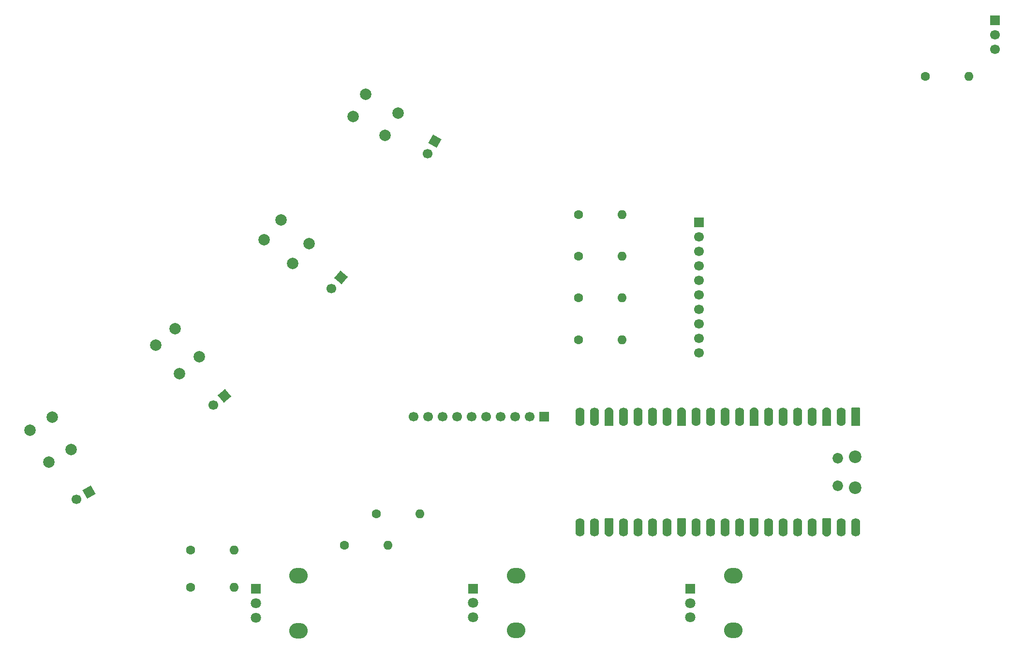
<source format=gbr>
%TF.GenerationSoftware,KiCad,Pcbnew,9.0.4*%
%TF.CreationDate,2025-09-28T19:10:48-04:00*%
%TF.ProjectId,Stradex1,53747261-6465-4783-912e-6b696361645f,rev?*%
%TF.SameCoordinates,Original*%
%TF.FileFunction,Soldermask,Top*%
%TF.FilePolarity,Negative*%
%FSLAX46Y46*%
G04 Gerber Fmt 4.6, Leading zero omitted, Abs format (unit mm)*
G04 Created by KiCad (PCBNEW 9.0.4) date 2025-09-28 19:10:48*
%MOMM*%
%LPD*%
G01*
G04 APERTURE LIST*
G04 Aperture macros list*
%AMRoundRect*
0 Rectangle with rounded corners*
0 $1 Rounding radius*
0 $2 $3 $4 $5 $6 $7 $8 $9 X,Y pos of 4 corners*
0 Add a 4 corners polygon primitive as box body*
4,1,4,$2,$3,$4,$5,$6,$7,$8,$9,$2,$3,0*
0 Add four circle primitives for the rounded corners*
1,1,$1+$1,$2,$3*
1,1,$1+$1,$4,$5*
1,1,$1+$1,$6,$7*
1,1,$1+$1,$8,$9*
0 Add four rect primitives between the rounded corners*
20,1,$1+$1,$2,$3,$4,$5,0*
20,1,$1+$1,$4,$5,$6,$7,0*
20,1,$1+$1,$6,$7,$8,$9,0*
20,1,$1+$1,$8,$9,$2,$3,0*%
%AMRotRect*
0 Rectangle, with rotation*
0 The origin of the aperture is its center*
0 $1 length*
0 $2 width*
0 $3 Rotation angle, in degrees counterclockwise*
0 Add horizontal line*
21,1,$1,$2,0,0,$3*%
%AMFreePoly0*
4,1,37,0.800000,0.796148,0.878414,0.796148,1.032228,0.765552,1.177117,0.705537,1.307515,0.618408,1.418408,0.507515,1.505537,0.377117,1.565552,0.232228,1.596148,0.078414,1.596148,-0.078414,1.565552,-0.232228,1.505537,-0.377117,1.418408,-0.507515,1.307515,-0.618408,1.177117,-0.705537,1.032228,-0.765552,0.878414,-0.796148,0.800000,-0.796148,0.800000,-0.800000,-1.400000,-0.800000,
-1.403843,-0.796157,-1.439018,-0.796157,-1.511114,-0.766294,-1.566294,-0.711114,-1.596157,-0.639018,-1.596157,-0.603843,-1.600000,-0.600000,-1.600000,0.600000,-1.596157,0.603843,-1.596157,0.639018,-1.566294,0.711114,-1.511114,0.766294,-1.439018,0.796157,-1.403843,0.796157,-1.400000,0.800000,0.800000,0.800000,0.800000,0.796148,0.800000,0.796148,$1*%
%AMFreePoly1*
4,1,37,1.403843,0.796157,1.439018,0.796157,1.511114,0.766294,1.566294,0.711114,1.596157,0.639018,1.596157,0.603843,1.600000,0.600000,1.600000,-0.600000,1.596157,-0.603843,1.596157,-0.639018,1.566294,-0.711114,1.511114,-0.766294,1.439018,-0.796157,1.403843,-0.796157,1.400000,-0.800000,-0.800000,-0.800000,-0.800000,-0.796148,-0.878414,-0.796148,-1.032228,-0.765552,-1.177117,-0.705537,
-1.307515,-0.618408,-1.418408,-0.507515,-1.505537,-0.377117,-1.565552,-0.232228,-1.596148,-0.078414,-1.596148,0.078414,-1.565552,0.232228,-1.505537,0.377117,-1.418408,0.507515,-1.307515,0.618408,-1.177117,0.705537,-1.032228,0.765552,-0.878414,0.796148,-0.800000,0.796148,-0.800000,0.800000,1.400000,0.800000,1.403843,0.796157,1.403843,0.796157,$1*%
%AMFreePoly2*
4,1,37,0.603843,0.796157,0.639018,0.796157,0.711114,0.766294,0.766294,0.711114,0.796157,0.639018,0.796157,0.603843,0.800000,0.600000,0.800000,-0.600000,0.796157,-0.603843,0.796157,-0.639018,0.766294,-0.711114,0.711114,-0.766294,0.639018,-0.796157,0.603843,-0.796157,0.600000,-0.800000,0.000000,-0.800000,0.000000,-0.796148,-0.078414,-0.796148,-0.232228,-0.765552,-0.377117,-0.705537,
-0.507515,-0.618408,-0.618408,-0.507515,-0.705537,-0.377117,-0.765552,-0.232228,-0.796148,-0.078414,-0.796148,0.078414,-0.765552,0.232228,-0.705537,0.377117,-0.618408,0.507515,-0.507515,0.618408,-0.377117,0.705537,-0.232228,0.765552,-0.078414,0.796148,0.000000,0.796148,0.000000,0.800000,0.600000,0.800000,0.603843,0.796157,0.603843,0.796157,$1*%
%AMFreePoly3*
4,1,37,0.000000,0.796148,0.078414,0.796148,0.232228,0.765552,0.377117,0.705537,0.507515,0.618408,0.618408,0.507515,0.705537,0.377117,0.765552,0.232228,0.796148,0.078414,0.796148,-0.078414,0.765552,-0.232228,0.705537,-0.377117,0.618408,-0.507515,0.507515,-0.618408,0.377117,-0.705537,0.232228,-0.765552,0.078414,-0.796148,0.000000,-0.796148,0.000000,-0.800000,-0.600000,-0.800000,
-0.603843,-0.796157,-0.639018,-0.796157,-0.711114,-0.766294,-0.766294,-0.711114,-0.796157,-0.639018,-0.796157,-0.603843,-0.800000,-0.600000,-0.800000,0.600000,-0.796157,0.603843,-0.796157,0.639018,-0.766294,0.711114,-0.711114,0.766294,-0.639018,0.796157,-0.603843,0.796157,-0.600000,0.800000,0.000000,0.800000,0.000000,0.796148,0.000000,0.796148,$1*%
G04 Aperture macros list end*
%ADD10C,2.000000*%
%ADD11R,1.700000X1.700000*%
%ADD12C,1.700000*%
%ADD13RotRect,1.700000X1.700000X330.000000*%
%ADD14C,1.600000*%
%ADD15O,1.600000X1.600000*%
%ADD16RotRect,1.700000X1.700000X300.000000*%
%ADD17RotRect,1.700000X1.700000X310.000000*%
%ADD18O,3.240000X2.720000*%
%ADD19R,1.800000X1.800000*%
%ADD20C,1.800000*%
%ADD21RotRect,1.700000X1.700000X320.000000*%
%ADD22C,2.200000*%
%ADD23C,1.850000*%
%ADD24FreePoly0,270.000000*%
%ADD25RoundRect,0.200000X-0.600000X0.600000X-0.600000X-0.600000X0.600000X-0.600000X0.600000X0.600000X0*%
%ADD26RoundRect,0.800000X-0.000010X0.800000X-0.000010X-0.800000X0.000010X-0.800000X0.000010X0.800000X0*%
%ADD27FreePoly1,270.000000*%
%ADD28FreePoly2,270.000000*%
%ADD29FreePoly3,270.000000*%
G04 APERTURE END LIST*
D10*
%TO.C,SW3*%
X87975740Y-94158883D03*
X92153860Y-99138171D03*
X84528540Y-97051427D03*
X88706660Y-102030717D03*
%TD*%
D11*
%TO.C,RV1*%
X231419400Y-40182800D03*
D12*
X231419400Y-42722800D03*
X231419400Y-45262800D03*
%TD*%
D11*
%TO.C,U1*%
X179628800Y-75539600D03*
D12*
X179628800Y-78079600D03*
X179628800Y-80619600D03*
X179628800Y-83159600D03*
X179628800Y-85699600D03*
X179628800Y-88239600D03*
X179628800Y-90779600D03*
X179628800Y-93319600D03*
X179628800Y-95859600D03*
X179628800Y-98399600D03*
%TD*%
D13*
%TO.C,R1*%
X133412451Y-61337768D03*
D12*
X132142451Y-63537473D03*
%TD*%
D14*
%TO.C,R9*%
X158597600Y-74182777D03*
D15*
X166217600Y-74182777D03*
%TD*%
D16*
%TO.C,R4*%
X72875432Y-122789851D03*
D12*
X70675727Y-124059851D03*
%TD*%
D10*
%TO.C,SW1*%
X121345435Y-53163400D03*
X126974600Y-56413400D03*
X119095435Y-57060513D03*
X124724601Y-60310515D03*
%TD*%
D17*
%TO.C,R3*%
X96553825Y-105946467D03*
D12*
X94608072Y-107579148D03*
%TD*%
D14*
%TO.C,R10*%
X158597600Y-88806096D03*
D15*
X166217600Y-88806096D03*
%TD*%
D18*
%TO.C,RV3*%
X147624800Y-137440600D03*
X147624800Y-147040600D03*
D19*
X140124800Y-139740600D03*
D20*
X140124800Y-142240600D03*
X140124800Y-144740600D03*
%TD*%
D14*
%TO.C,R8*%
X90690000Y-139500000D03*
D15*
X98310000Y-139500000D03*
%TD*%
D14*
%TO.C,R5*%
X158597601Y-81494439D03*
D15*
X166217601Y-81494439D03*
%TD*%
D14*
%TO.C,R7*%
X117551200Y-132130800D03*
D15*
X125171200Y-132130800D03*
%TD*%
D11*
%TO.C,U2*%
X152527000Y-109600600D03*
D12*
X149987000Y-109600600D03*
X147447000Y-109600600D03*
X144907000Y-109600600D03*
X142367000Y-109600600D03*
X139827000Y-109600600D03*
X137287000Y-109600600D03*
X134747000Y-109600600D03*
X132207000Y-109600600D03*
X129667000Y-109600600D03*
%TD*%
D10*
%TO.C,SW4*%
X66465157Y-109700017D03*
X69715158Y-115329182D03*
X62568043Y-111950017D03*
X65818043Y-117579183D03*
%TD*%
D18*
%TO.C,RV2*%
X185645600Y-137465400D03*
X185645600Y-147065400D03*
D19*
X178145600Y-139765400D03*
D20*
X178145600Y-142265400D03*
X178145600Y-144765400D03*
%TD*%
D14*
%TO.C,R6*%
X158597601Y-96117758D03*
D15*
X166217601Y-96117758D03*
%TD*%
D10*
%TO.C,SW2*%
X106450511Y-75146081D03*
X111429800Y-79324200D03*
X103557967Y-78593281D03*
X108537256Y-82771401D03*
%TD*%
D18*
%TO.C,RV4*%
X109575600Y-137490800D03*
X109575600Y-147090800D03*
D19*
X102075600Y-139790800D03*
D20*
X102075600Y-142290800D03*
X102075600Y-144790800D03*
%TD*%
D14*
%TO.C,R11*%
X123139200Y-126619000D03*
D15*
X130759200Y-126619000D03*
%TD*%
D21*
%TO.C,R2*%
X116951436Y-85240714D03*
D12*
X115318755Y-87186467D03*
%TD*%
D22*
%TO.C,A1*%
X206985100Y-116604200D03*
D23*
X203955100Y-116904200D03*
X203955100Y-121754200D03*
D22*
X206985100Y-122054200D03*
D24*
X207115100Y-109639200D03*
D25*
X207115100Y-110439200D03*
D26*
X204575100Y-109639200D03*
D14*
X204575100Y-110439200D03*
D27*
X202035100Y-109639200D03*
D28*
X202035100Y-110439200D03*
D26*
X199495100Y-109639200D03*
D14*
X199495100Y-110439200D03*
D26*
X196955100Y-109639200D03*
D14*
X196955100Y-110439200D03*
D26*
X194415100Y-109639200D03*
D14*
X194415100Y-110439200D03*
D26*
X191875100Y-109639200D03*
D14*
X191875100Y-110439200D03*
D27*
X189335100Y-109639200D03*
D28*
X189335100Y-110439200D03*
D26*
X186795100Y-109639200D03*
D14*
X186795100Y-110439200D03*
D26*
X184255100Y-109639200D03*
D14*
X184255100Y-110439200D03*
D26*
X181715100Y-109639200D03*
D14*
X181715100Y-110439200D03*
D26*
X179175100Y-109639200D03*
D14*
X179175100Y-110439200D03*
D27*
X176635100Y-109639200D03*
D28*
X176635100Y-110439200D03*
D26*
X174095100Y-109639200D03*
D14*
X174095100Y-110439200D03*
D26*
X171555100Y-109639200D03*
D14*
X171555100Y-110439200D03*
D26*
X169015100Y-109639200D03*
D14*
X169015100Y-110439200D03*
D26*
X166475100Y-109639200D03*
D14*
X166475100Y-110439200D03*
D27*
X163935100Y-109639200D03*
D28*
X163935100Y-110439200D03*
D26*
X161395100Y-109639200D03*
D14*
X161395100Y-110439200D03*
D26*
X158855100Y-109639200D03*
D14*
X158855100Y-110439200D03*
X158855100Y-128219200D03*
D26*
X158855100Y-129019200D03*
D14*
X161395100Y-128219200D03*
D26*
X161395100Y-129019200D03*
D29*
X163935100Y-128219200D03*
D24*
X163935100Y-129019200D03*
D14*
X166475100Y-128219200D03*
D26*
X166475100Y-129019200D03*
D14*
X169015100Y-128219200D03*
D26*
X169015100Y-129019200D03*
D14*
X171555100Y-128219200D03*
D26*
X171555100Y-129019200D03*
D14*
X174095100Y-128219200D03*
D26*
X174095100Y-129019200D03*
D29*
X176635100Y-128219200D03*
D24*
X176635100Y-129019200D03*
D14*
X179175100Y-128219200D03*
D26*
X179175100Y-129019200D03*
D14*
X181715100Y-128219200D03*
D26*
X181715100Y-129019200D03*
D14*
X184255100Y-128219200D03*
D26*
X184255100Y-129019200D03*
D14*
X186795100Y-128219200D03*
D26*
X186795100Y-129019200D03*
D29*
X189335100Y-128219200D03*
D24*
X189335100Y-129019200D03*
D14*
X191875100Y-128219200D03*
D26*
X191875100Y-129019200D03*
D14*
X194415100Y-128219200D03*
D26*
X194415100Y-129019200D03*
D14*
X196955100Y-128219200D03*
D26*
X196955100Y-129019200D03*
D14*
X199495100Y-128219200D03*
D26*
X199495100Y-129019200D03*
D29*
X202035100Y-128219200D03*
D24*
X202035100Y-129019200D03*
D14*
X204575100Y-128219200D03*
D26*
X204575100Y-129019200D03*
D14*
X207115100Y-128219200D03*
D26*
X207115100Y-129019200D03*
%TD*%
D14*
%TO.C,R17*%
X219252800Y-49987200D03*
D15*
X226872800Y-49987200D03*
%TD*%
D14*
%TO.C,R12*%
X90689999Y-132999998D03*
D15*
X98309999Y-132999998D03*
%TD*%
M02*

</source>
